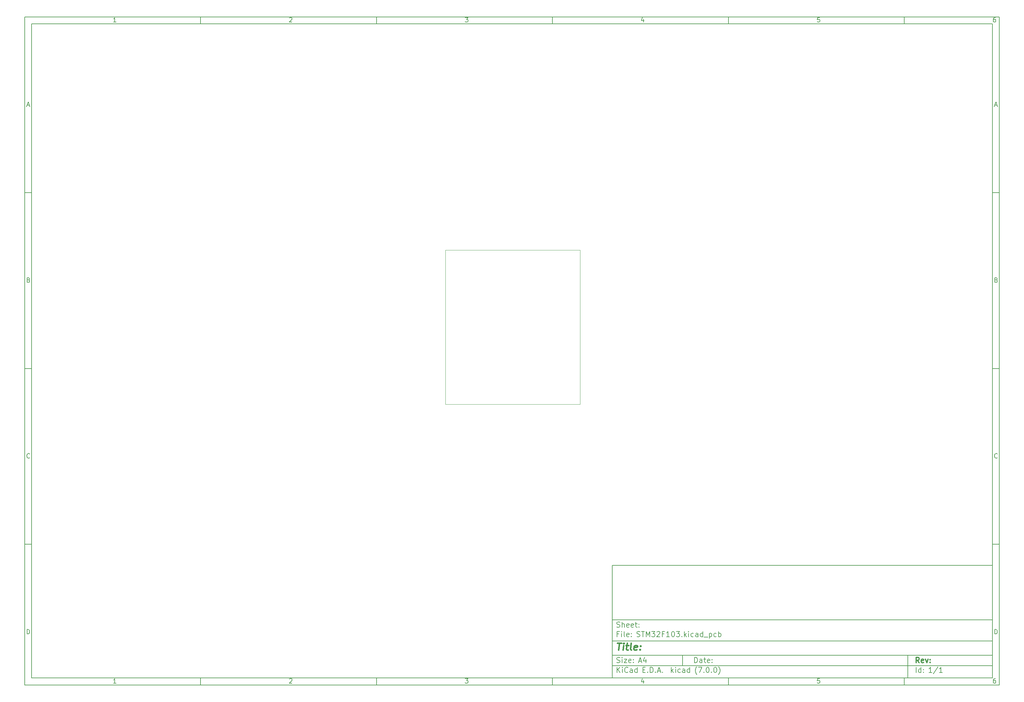
<source format=gbr>
%TF.GenerationSoftware,KiCad,Pcbnew,(7.0.0)*%
%TF.CreationDate,2023-03-08T00:24:43-05:00*%
%TF.ProjectId,STM32F103,53544d33-3246-4313-9033-2e6b69636164,rev?*%
%TF.SameCoordinates,Original*%
%TF.FileFunction,Profile,NP*%
%FSLAX46Y46*%
G04 Gerber Fmt 4.6, Leading zero omitted, Abs format (unit mm)*
G04 Created by KiCad (PCBNEW (7.0.0)) date 2023-03-08 00:24:43*
%MOMM*%
%LPD*%
G01*
G04 APERTURE LIST*
%ADD10C,0.100000*%
%ADD11C,0.150000*%
%ADD12C,0.300000*%
%ADD13C,0.400000*%
%TA.AperFunction,Profile*%
%ADD14C,0.100000*%
%TD*%
G04 APERTURE END LIST*
D10*
D11*
X177002200Y-166007200D02*
X285002200Y-166007200D01*
X285002200Y-198007200D01*
X177002200Y-198007200D01*
X177002200Y-166007200D01*
D10*
D11*
X10000000Y-10000000D02*
X287002200Y-10000000D01*
X287002200Y-200007200D01*
X10000000Y-200007200D01*
X10000000Y-10000000D01*
D10*
D11*
X12000000Y-12000000D02*
X285002200Y-12000000D01*
X285002200Y-198007200D01*
X12000000Y-198007200D01*
X12000000Y-12000000D01*
D10*
D11*
X60000000Y-12000000D02*
X60000000Y-10000000D01*
D10*
D11*
X110000000Y-12000000D02*
X110000000Y-10000000D01*
D10*
D11*
X160000000Y-12000000D02*
X160000000Y-10000000D01*
D10*
D11*
X210000000Y-12000000D02*
X210000000Y-10000000D01*
D10*
D11*
X260000000Y-12000000D02*
X260000000Y-10000000D01*
D10*
D11*
X35990476Y-11477595D02*
X35247619Y-11477595D01*
X35619047Y-11477595D02*
X35619047Y-10177595D01*
X35619047Y-10177595D02*
X35495238Y-10363309D01*
X35495238Y-10363309D02*
X35371428Y-10487119D01*
X35371428Y-10487119D02*
X35247619Y-10549023D01*
D10*
D11*
X85247619Y-10301404D02*
X85309523Y-10239500D01*
X85309523Y-10239500D02*
X85433333Y-10177595D01*
X85433333Y-10177595D02*
X85742857Y-10177595D01*
X85742857Y-10177595D02*
X85866666Y-10239500D01*
X85866666Y-10239500D02*
X85928571Y-10301404D01*
X85928571Y-10301404D02*
X85990476Y-10425214D01*
X85990476Y-10425214D02*
X85990476Y-10549023D01*
X85990476Y-10549023D02*
X85928571Y-10734738D01*
X85928571Y-10734738D02*
X85185714Y-11477595D01*
X85185714Y-11477595D02*
X85990476Y-11477595D01*
D10*
D11*
X135185714Y-10177595D02*
X135990476Y-10177595D01*
X135990476Y-10177595D02*
X135557142Y-10672833D01*
X135557142Y-10672833D02*
X135742857Y-10672833D01*
X135742857Y-10672833D02*
X135866666Y-10734738D01*
X135866666Y-10734738D02*
X135928571Y-10796642D01*
X135928571Y-10796642D02*
X135990476Y-10920452D01*
X135990476Y-10920452D02*
X135990476Y-11229976D01*
X135990476Y-11229976D02*
X135928571Y-11353785D01*
X135928571Y-11353785D02*
X135866666Y-11415690D01*
X135866666Y-11415690D02*
X135742857Y-11477595D01*
X135742857Y-11477595D02*
X135371428Y-11477595D01*
X135371428Y-11477595D02*
X135247619Y-11415690D01*
X135247619Y-11415690D02*
X135185714Y-11353785D01*
D10*
D11*
X185866666Y-10610928D02*
X185866666Y-11477595D01*
X185557142Y-10115690D02*
X185247619Y-11044261D01*
X185247619Y-11044261D02*
X186052380Y-11044261D01*
D10*
D11*
X235928571Y-10177595D02*
X235309523Y-10177595D01*
X235309523Y-10177595D02*
X235247619Y-10796642D01*
X235247619Y-10796642D02*
X235309523Y-10734738D01*
X235309523Y-10734738D02*
X235433333Y-10672833D01*
X235433333Y-10672833D02*
X235742857Y-10672833D01*
X235742857Y-10672833D02*
X235866666Y-10734738D01*
X235866666Y-10734738D02*
X235928571Y-10796642D01*
X235928571Y-10796642D02*
X235990476Y-10920452D01*
X235990476Y-10920452D02*
X235990476Y-11229976D01*
X235990476Y-11229976D02*
X235928571Y-11353785D01*
X235928571Y-11353785D02*
X235866666Y-11415690D01*
X235866666Y-11415690D02*
X235742857Y-11477595D01*
X235742857Y-11477595D02*
X235433333Y-11477595D01*
X235433333Y-11477595D02*
X235309523Y-11415690D01*
X235309523Y-11415690D02*
X235247619Y-11353785D01*
D10*
D11*
X285866666Y-10177595D02*
X285619047Y-10177595D01*
X285619047Y-10177595D02*
X285495238Y-10239500D01*
X285495238Y-10239500D02*
X285433333Y-10301404D01*
X285433333Y-10301404D02*
X285309523Y-10487119D01*
X285309523Y-10487119D02*
X285247619Y-10734738D01*
X285247619Y-10734738D02*
X285247619Y-11229976D01*
X285247619Y-11229976D02*
X285309523Y-11353785D01*
X285309523Y-11353785D02*
X285371428Y-11415690D01*
X285371428Y-11415690D02*
X285495238Y-11477595D01*
X285495238Y-11477595D02*
X285742857Y-11477595D01*
X285742857Y-11477595D02*
X285866666Y-11415690D01*
X285866666Y-11415690D02*
X285928571Y-11353785D01*
X285928571Y-11353785D02*
X285990476Y-11229976D01*
X285990476Y-11229976D02*
X285990476Y-10920452D01*
X285990476Y-10920452D02*
X285928571Y-10796642D01*
X285928571Y-10796642D02*
X285866666Y-10734738D01*
X285866666Y-10734738D02*
X285742857Y-10672833D01*
X285742857Y-10672833D02*
X285495238Y-10672833D01*
X285495238Y-10672833D02*
X285371428Y-10734738D01*
X285371428Y-10734738D02*
X285309523Y-10796642D01*
X285309523Y-10796642D02*
X285247619Y-10920452D01*
D10*
D11*
X60000000Y-198007200D02*
X60000000Y-200007200D01*
D10*
D11*
X110000000Y-198007200D02*
X110000000Y-200007200D01*
D10*
D11*
X160000000Y-198007200D02*
X160000000Y-200007200D01*
D10*
D11*
X210000000Y-198007200D02*
X210000000Y-200007200D01*
D10*
D11*
X260000000Y-198007200D02*
X260000000Y-200007200D01*
D10*
D11*
X35990476Y-199484795D02*
X35247619Y-199484795D01*
X35619047Y-199484795D02*
X35619047Y-198184795D01*
X35619047Y-198184795D02*
X35495238Y-198370509D01*
X35495238Y-198370509D02*
X35371428Y-198494319D01*
X35371428Y-198494319D02*
X35247619Y-198556223D01*
D10*
D11*
X85247619Y-198308604D02*
X85309523Y-198246700D01*
X85309523Y-198246700D02*
X85433333Y-198184795D01*
X85433333Y-198184795D02*
X85742857Y-198184795D01*
X85742857Y-198184795D02*
X85866666Y-198246700D01*
X85866666Y-198246700D02*
X85928571Y-198308604D01*
X85928571Y-198308604D02*
X85990476Y-198432414D01*
X85990476Y-198432414D02*
X85990476Y-198556223D01*
X85990476Y-198556223D02*
X85928571Y-198741938D01*
X85928571Y-198741938D02*
X85185714Y-199484795D01*
X85185714Y-199484795D02*
X85990476Y-199484795D01*
D10*
D11*
X135185714Y-198184795D02*
X135990476Y-198184795D01*
X135990476Y-198184795D02*
X135557142Y-198680033D01*
X135557142Y-198680033D02*
X135742857Y-198680033D01*
X135742857Y-198680033D02*
X135866666Y-198741938D01*
X135866666Y-198741938D02*
X135928571Y-198803842D01*
X135928571Y-198803842D02*
X135990476Y-198927652D01*
X135990476Y-198927652D02*
X135990476Y-199237176D01*
X135990476Y-199237176D02*
X135928571Y-199360985D01*
X135928571Y-199360985D02*
X135866666Y-199422890D01*
X135866666Y-199422890D02*
X135742857Y-199484795D01*
X135742857Y-199484795D02*
X135371428Y-199484795D01*
X135371428Y-199484795D02*
X135247619Y-199422890D01*
X135247619Y-199422890D02*
X135185714Y-199360985D01*
D10*
D11*
X185866666Y-198618128D02*
X185866666Y-199484795D01*
X185557142Y-198122890D02*
X185247619Y-199051461D01*
X185247619Y-199051461D02*
X186052380Y-199051461D01*
D10*
D11*
X235928571Y-198184795D02*
X235309523Y-198184795D01*
X235309523Y-198184795D02*
X235247619Y-198803842D01*
X235247619Y-198803842D02*
X235309523Y-198741938D01*
X235309523Y-198741938D02*
X235433333Y-198680033D01*
X235433333Y-198680033D02*
X235742857Y-198680033D01*
X235742857Y-198680033D02*
X235866666Y-198741938D01*
X235866666Y-198741938D02*
X235928571Y-198803842D01*
X235928571Y-198803842D02*
X235990476Y-198927652D01*
X235990476Y-198927652D02*
X235990476Y-199237176D01*
X235990476Y-199237176D02*
X235928571Y-199360985D01*
X235928571Y-199360985D02*
X235866666Y-199422890D01*
X235866666Y-199422890D02*
X235742857Y-199484795D01*
X235742857Y-199484795D02*
X235433333Y-199484795D01*
X235433333Y-199484795D02*
X235309523Y-199422890D01*
X235309523Y-199422890D02*
X235247619Y-199360985D01*
D10*
D11*
X285866666Y-198184795D02*
X285619047Y-198184795D01*
X285619047Y-198184795D02*
X285495238Y-198246700D01*
X285495238Y-198246700D02*
X285433333Y-198308604D01*
X285433333Y-198308604D02*
X285309523Y-198494319D01*
X285309523Y-198494319D02*
X285247619Y-198741938D01*
X285247619Y-198741938D02*
X285247619Y-199237176D01*
X285247619Y-199237176D02*
X285309523Y-199360985D01*
X285309523Y-199360985D02*
X285371428Y-199422890D01*
X285371428Y-199422890D02*
X285495238Y-199484795D01*
X285495238Y-199484795D02*
X285742857Y-199484795D01*
X285742857Y-199484795D02*
X285866666Y-199422890D01*
X285866666Y-199422890D02*
X285928571Y-199360985D01*
X285928571Y-199360985D02*
X285990476Y-199237176D01*
X285990476Y-199237176D02*
X285990476Y-198927652D01*
X285990476Y-198927652D02*
X285928571Y-198803842D01*
X285928571Y-198803842D02*
X285866666Y-198741938D01*
X285866666Y-198741938D02*
X285742857Y-198680033D01*
X285742857Y-198680033D02*
X285495238Y-198680033D01*
X285495238Y-198680033D02*
X285371428Y-198741938D01*
X285371428Y-198741938D02*
X285309523Y-198803842D01*
X285309523Y-198803842D02*
X285247619Y-198927652D01*
D10*
D11*
X10000000Y-60000000D02*
X12000000Y-60000000D01*
D10*
D11*
X10000000Y-110000000D02*
X12000000Y-110000000D01*
D10*
D11*
X10000000Y-160000000D02*
X12000000Y-160000000D01*
D10*
D11*
X10690476Y-35106166D02*
X11309523Y-35106166D01*
X10566666Y-35477595D02*
X10999999Y-34177595D01*
X10999999Y-34177595D02*
X11433333Y-35477595D01*
D10*
D11*
X11092857Y-84796642D02*
X11278571Y-84858547D01*
X11278571Y-84858547D02*
X11340476Y-84920452D01*
X11340476Y-84920452D02*
X11402380Y-85044261D01*
X11402380Y-85044261D02*
X11402380Y-85229976D01*
X11402380Y-85229976D02*
X11340476Y-85353785D01*
X11340476Y-85353785D02*
X11278571Y-85415690D01*
X11278571Y-85415690D02*
X11154761Y-85477595D01*
X11154761Y-85477595D02*
X10659523Y-85477595D01*
X10659523Y-85477595D02*
X10659523Y-84177595D01*
X10659523Y-84177595D02*
X11092857Y-84177595D01*
X11092857Y-84177595D02*
X11216666Y-84239500D01*
X11216666Y-84239500D02*
X11278571Y-84301404D01*
X11278571Y-84301404D02*
X11340476Y-84425214D01*
X11340476Y-84425214D02*
X11340476Y-84549023D01*
X11340476Y-84549023D02*
X11278571Y-84672833D01*
X11278571Y-84672833D02*
X11216666Y-84734738D01*
X11216666Y-84734738D02*
X11092857Y-84796642D01*
X11092857Y-84796642D02*
X10659523Y-84796642D01*
D10*
D11*
X11402380Y-135353785D02*
X11340476Y-135415690D01*
X11340476Y-135415690D02*
X11154761Y-135477595D01*
X11154761Y-135477595D02*
X11030952Y-135477595D01*
X11030952Y-135477595D02*
X10845238Y-135415690D01*
X10845238Y-135415690D02*
X10721428Y-135291880D01*
X10721428Y-135291880D02*
X10659523Y-135168071D01*
X10659523Y-135168071D02*
X10597619Y-134920452D01*
X10597619Y-134920452D02*
X10597619Y-134734738D01*
X10597619Y-134734738D02*
X10659523Y-134487119D01*
X10659523Y-134487119D02*
X10721428Y-134363309D01*
X10721428Y-134363309D02*
X10845238Y-134239500D01*
X10845238Y-134239500D02*
X11030952Y-134177595D01*
X11030952Y-134177595D02*
X11154761Y-134177595D01*
X11154761Y-134177595D02*
X11340476Y-134239500D01*
X11340476Y-134239500D02*
X11402380Y-134301404D01*
D10*
D11*
X10659523Y-185477595D02*
X10659523Y-184177595D01*
X10659523Y-184177595D02*
X10969047Y-184177595D01*
X10969047Y-184177595D02*
X11154761Y-184239500D01*
X11154761Y-184239500D02*
X11278571Y-184363309D01*
X11278571Y-184363309D02*
X11340476Y-184487119D01*
X11340476Y-184487119D02*
X11402380Y-184734738D01*
X11402380Y-184734738D02*
X11402380Y-184920452D01*
X11402380Y-184920452D02*
X11340476Y-185168071D01*
X11340476Y-185168071D02*
X11278571Y-185291880D01*
X11278571Y-185291880D02*
X11154761Y-185415690D01*
X11154761Y-185415690D02*
X10969047Y-185477595D01*
X10969047Y-185477595D02*
X10659523Y-185477595D01*
D10*
D11*
X287002200Y-60000000D02*
X285002200Y-60000000D01*
D10*
D11*
X287002200Y-110000000D02*
X285002200Y-110000000D01*
D10*
D11*
X287002200Y-160000000D02*
X285002200Y-160000000D01*
D10*
D11*
X285692676Y-35106166D02*
X286311723Y-35106166D01*
X285568866Y-35477595D02*
X286002199Y-34177595D01*
X286002199Y-34177595D02*
X286435533Y-35477595D01*
D10*
D11*
X286095057Y-84796642D02*
X286280771Y-84858547D01*
X286280771Y-84858547D02*
X286342676Y-84920452D01*
X286342676Y-84920452D02*
X286404580Y-85044261D01*
X286404580Y-85044261D02*
X286404580Y-85229976D01*
X286404580Y-85229976D02*
X286342676Y-85353785D01*
X286342676Y-85353785D02*
X286280771Y-85415690D01*
X286280771Y-85415690D02*
X286156961Y-85477595D01*
X286156961Y-85477595D02*
X285661723Y-85477595D01*
X285661723Y-85477595D02*
X285661723Y-84177595D01*
X285661723Y-84177595D02*
X286095057Y-84177595D01*
X286095057Y-84177595D02*
X286218866Y-84239500D01*
X286218866Y-84239500D02*
X286280771Y-84301404D01*
X286280771Y-84301404D02*
X286342676Y-84425214D01*
X286342676Y-84425214D02*
X286342676Y-84549023D01*
X286342676Y-84549023D02*
X286280771Y-84672833D01*
X286280771Y-84672833D02*
X286218866Y-84734738D01*
X286218866Y-84734738D02*
X286095057Y-84796642D01*
X286095057Y-84796642D02*
X285661723Y-84796642D01*
D10*
D11*
X286404580Y-135353785D02*
X286342676Y-135415690D01*
X286342676Y-135415690D02*
X286156961Y-135477595D01*
X286156961Y-135477595D02*
X286033152Y-135477595D01*
X286033152Y-135477595D02*
X285847438Y-135415690D01*
X285847438Y-135415690D02*
X285723628Y-135291880D01*
X285723628Y-135291880D02*
X285661723Y-135168071D01*
X285661723Y-135168071D02*
X285599819Y-134920452D01*
X285599819Y-134920452D02*
X285599819Y-134734738D01*
X285599819Y-134734738D02*
X285661723Y-134487119D01*
X285661723Y-134487119D02*
X285723628Y-134363309D01*
X285723628Y-134363309D02*
X285847438Y-134239500D01*
X285847438Y-134239500D02*
X286033152Y-134177595D01*
X286033152Y-134177595D02*
X286156961Y-134177595D01*
X286156961Y-134177595D02*
X286342676Y-134239500D01*
X286342676Y-134239500D02*
X286404580Y-134301404D01*
D10*
D11*
X285661723Y-185477595D02*
X285661723Y-184177595D01*
X285661723Y-184177595D02*
X285971247Y-184177595D01*
X285971247Y-184177595D02*
X286156961Y-184239500D01*
X286156961Y-184239500D02*
X286280771Y-184363309D01*
X286280771Y-184363309D02*
X286342676Y-184487119D01*
X286342676Y-184487119D02*
X286404580Y-184734738D01*
X286404580Y-184734738D02*
X286404580Y-184920452D01*
X286404580Y-184920452D02*
X286342676Y-185168071D01*
X286342676Y-185168071D02*
X286280771Y-185291880D01*
X286280771Y-185291880D02*
X286156961Y-185415690D01*
X286156961Y-185415690D02*
X285971247Y-185477595D01*
X285971247Y-185477595D02*
X285661723Y-185477595D01*
D10*
D11*
X200359342Y-193658271D02*
X200359342Y-192158271D01*
X200359342Y-192158271D02*
X200716485Y-192158271D01*
X200716485Y-192158271D02*
X200930771Y-192229700D01*
X200930771Y-192229700D02*
X201073628Y-192372557D01*
X201073628Y-192372557D02*
X201145057Y-192515414D01*
X201145057Y-192515414D02*
X201216485Y-192801128D01*
X201216485Y-192801128D02*
X201216485Y-193015414D01*
X201216485Y-193015414D02*
X201145057Y-193301128D01*
X201145057Y-193301128D02*
X201073628Y-193443985D01*
X201073628Y-193443985D02*
X200930771Y-193586842D01*
X200930771Y-193586842D02*
X200716485Y-193658271D01*
X200716485Y-193658271D02*
X200359342Y-193658271D01*
X202502200Y-193658271D02*
X202502200Y-192872557D01*
X202502200Y-192872557D02*
X202430771Y-192729700D01*
X202430771Y-192729700D02*
X202287914Y-192658271D01*
X202287914Y-192658271D02*
X202002200Y-192658271D01*
X202002200Y-192658271D02*
X201859342Y-192729700D01*
X202502200Y-193586842D02*
X202359342Y-193658271D01*
X202359342Y-193658271D02*
X202002200Y-193658271D01*
X202002200Y-193658271D02*
X201859342Y-193586842D01*
X201859342Y-193586842D02*
X201787914Y-193443985D01*
X201787914Y-193443985D02*
X201787914Y-193301128D01*
X201787914Y-193301128D02*
X201859342Y-193158271D01*
X201859342Y-193158271D02*
X202002200Y-193086842D01*
X202002200Y-193086842D02*
X202359342Y-193086842D01*
X202359342Y-193086842D02*
X202502200Y-193015414D01*
X203002200Y-192658271D02*
X203573628Y-192658271D01*
X203216485Y-192158271D02*
X203216485Y-193443985D01*
X203216485Y-193443985D02*
X203287914Y-193586842D01*
X203287914Y-193586842D02*
X203430771Y-193658271D01*
X203430771Y-193658271D02*
X203573628Y-193658271D01*
X204645057Y-193586842D02*
X204502200Y-193658271D01*
X204502200Y-193658271D02*
X204216486Y-193658271D01*
X204216486Y-193658271D02*
X204073628Y-193586842D01*
X204073628Y-193586842D02*
X204002200Y-193443985D01*
X204002200Y-193443985D02*
X204002200Y-192872557D01*
X204002200Y-192872557D02*
X204073628Y-192729700D01*
X204073628Y-192729700D02*
X204216486Y-192658271D01*
X204216486Y-192658271D02*
X204502200Y-192658271D01*
X204502200Y-192658271D02*
X204645057Y-192729700D01*
X204645057Y-192729700D02*
X204716486Y-192872557D01*
X204716486Y-192872557D02*
X204716486Y-193015414D01*
X204716486Y-193015414D02*
X204002200Y-193158271D01*
X205359342Y-193515414D02*
X205430771Y-193586842D01*
X205430771Y-193586842D02*
X205359342Y-193658271D01*
X205359342Y-193658271D02*
X205287914Y-193586842D01*
X205287914Y-193586842D02*
X205359342Y-193515414D01*
X205359342Y-193515414D02*
X205359342Y-193658271D01*
X205359342Y-192729700D02*
X205430771Y-192801128D01*
X205430771Y-192801128D02*
X205359342Y-192872557D01*
X205359342Y-192872557D02*
X205287914Y-192801128D01*
X205287914Y-192801128D02*
X205359342Y-192729700D01*
X205359342Y-192729700D02*
X205359342Y-192872557D01*
D10*
D11*
X177002200Y-194507200D02*
X285002200Y-194507200D01*
D10*
D11*
X178359342Y-196458271D02*
X178359342Y-194958271D01*
X179216485Y-196458271D02*
X178573628Y-195601128D01*
X179216485Y-194958271D02*
X178359342Y-195815414D01*
X179859342Y-196458271D02*
X179859342Y-195458271D01*
X179859342Y-194958271D02*
X179787914Y-195029700D01*
X179787914Y-195029700D02*
X179859342Y-195101128D01*
X179859342Y-195101128D02*
X179930771Y-195029700D01*
X179930771Y-195029700D02*
X179859342Y-194958271D01*
X179859342Y-194958271D02*
X179859342Y-195101128D01*
X181430771Y-196315414D02*
X181359343Y-196386842D01*
X181359343Y-196386842D02*
X181145057Y-196458271D01*
X181145057Y-196458271D02*
X181002200Y-196458271D01*
X181002200Y-196458271D02*
X180787914Y-196386842D01*
X180787914Y-196386842D02*
X180645057Y-196243985D01*
X180645057Y-196243985D02*
X180573628Y-196101128D01*
X180573628Y-196101128D02*
X180502200Y-195815414D01*
X180502200Y-195815414D02*
X180502200Y-195601128D01*
X180502200Y-195601128D02*
X180573628Y-195315414D01*
X180573628Y-195315414D02*
X180645057Y-195172557D01*
X180645057Y-195172557D02*
X180787914Y-195029700D01*
X180787914Y-195029700D02*
X181002200Y-194958271D01*
X181002200Y-194958271D02*
X181145057Y-194958271D01*
X181145057Y-194958271D02*
X181359343Y-195029700D01*
X181359343Y-195029700D02*
X181430771Y-195101128D01*
X182716486Y-196458271D02*
X182716486Y-195672557D01*
X182716486Y-195672557D02*
X182645057Y-195529700D01*
X182645057Y-195529700D02*
X182502200Y-195458271D01*
X182502200Y-195458271D02*
X182216486Y-195458271D01*
X182216486Y-195458271D02*
X182073628Y-195529700D01*
X182716486Y-196386842D02*
X182573628Y-196458271D01*
X182573628Y-196458271D02*
X182216486Y-196458271D01*
X182216486Y-196458271D02*
X182073628Y-196386842D01*
X182073628Y-196386842D02*
X182002200Y-196243985D01*
X182002200Y-196243985D02*
X182002200Y-196101128D01*
X182002200Y-196101128D02*
X182073628Y-195958271D01*
X182073628Y-195958271D02*
X182216486Y-195886842D01*
X182216486Y-195886842D02*
X182573628Y-195886842D01*
X182573628Y-195886842D02*
X182716486Y-195815414D01*
X184073629Y-196458271D02*
X184073629Y-194958271D01*
X184073629Y-196386842D02*
X183930771Y-196458271D01*
X183930771Y-196458271D02*
X183645057Y-196458271D01*
X183645057Y-196458271D02*
X183502200Y-196386842D01*
X183502200Y-196386842D02*
X183430771Y-196315414D01*
X183430771Y-196315414D02*
X183359343Y-196172557D01*
X183359343Y-196172557D02*
X183359343Y-195743985D01*
X183359343Y-195743985D02*
X183430771Y-195601128D01*
X183430771Y-195601128D02*
X183502200Y-195529700D01*
X183502200Y-195529700D02*
X183645057Y-195458271D01*
X183645057Y-195458271D02*
X183930771Y-195458271D01*
X183930771Y-195458271D02*
X184073629Y-195529700D01*
X185687914Y-195672557D02*
X186187914Y-195672557D01*
X186402200Y-196458271D02*
X185687914Y-196458271D01*
X185687914Y-196458271D02*
X185687914Y-194958271D01*
X185687914Y-194958271D02*
X186402200Y-194958271D01*
X187045057Y-196315414D02*
X187116486Y-196386842D01*
X187116486Y-196386842D02*
X187045057Y-196458271D01*
X187045057Y-196458271D02*
X186973629Y-196386842D01*
X186973629Y-196386842D02*
X187045057Y-196315414D01*
X187045057Y-196315414D02*
X187045057Y-196458271D01*
X187759343Y-196458271D02*
X187759343Y-194958271D01*
X187759343Y-194958271D02*
X188116486Y-194958271D01*
X188116486Y-194958271D02*
X188330772Y-195029700D01*
X188330772Y-195029700D02*
X188473629Y-195172557D01*
X188473629Y-195172557D02*
X188545058Y-195315414D01*
X188545058Y-195315414D02*
X188616486Y-195601128D01*
X188616486Y-195601128D02*
X188616486Y-195815414D01*
X188616486Y-195815414D02*
X188545058Y-196101128D01*
X188545058Y-196101128D02*
X188473629Y-196243985D01*
X188473629Y-196243985D02*
X188330772Y-196386842D01*
X188330772Y-196386842D02*
X188116486Y-196458271D01*
X188116486Y-196458271D02*
X187759343Y-196458271D01*
X189259343Y-196315414D02*
X189330772Y-196386842D01*
X189330772Y-196386842D02*
X189259343Y-196458271D01*
X189259343Y-196458271D02*
X189187915Y-196386842D01*
X189187915Y-196386842D02*
X189259343Y-196315414D01*
X189259343Y-196315414D02*
X189259343Y-196458271D01*
X189902201Y-196029700D02*
X190616487Y-196029700D01*
X189759344Y-196458271D02*
X190259344Y-194958271D01*
X190259344Y-194958271D02*
X190759344Y-196458271D01*
X191259343Y-196315414D02*
X191330772Y-196386842D01*
X191330772Y-196386842D02*
X191259343Y-196458271D01*
X191259343Y-196458271D02*
X191187915Y-196386842D01*
X191187915Y-196386842D02*
X191259343Y-196315414D01*
X191259343Y-196315414D02*
X191259343Y-196458271D01*
X193773629Y-196458271D02*
X193773629Y-194958271D01*
X193916487Y-195886842D02*
X194345058Y-196458271D01*
X194345058Y-195458271D02*
X193773629Y-196029700D01*
X194987915Y-196458271D02*
X194987915Y-195458271D01*
X194987915Y-194958271D02*
X194916487Y-195029700D01*
X194916487Y-195029700D02*
X194987915Y-195101128D01*
X194987915Y-195101128D02*
X195059344Y-195029700D01*
X195059344Y-195029700D02*
X194987915Y-194958271D01*
X194987915Y-194958271D02*
X194987915Y-195101128D01*
X196345059Y-196386842D02*
X196202201Y-196458271D01*
X196202201Y-196458271D02*
X195916487Y-196458271D01*
X195916487Y-196458271D02*
X195773630Y-196386842D01*
X195773630Y-196386842D02*
X195702201Y-196315414D01*
X195702201Y-196315414D02*
X195630773Y-196172557D01*
X195630773Y-196172557D02*
X195630773Y-195743985D01*
X195630773Y-195743985D02*
X195702201Y-195601128D01*
X195702201Y-195601128D02*
X195773630Y-195529700D01*
X195773630Y-195529700D02*
X195916487Y-195458271D01*
X195916487Y-195458271D02*
X196202201Y-195458271D01*
X196202201Y-195458271D02*
X196345059Y-195529700D01*
X197630773Y-196458271D02*
X197630773Y-195672557D01*
X197630773Y-195672557D02*
X197559344Y-195529700D01*
X197559344Y-195529700D02*
X197416487Y-195458271D01*
X197416487Y-195458271D02*
X197130773Y-195458271D01*
X197130773Y-195458271D02*
X196987915Y-195529700D01*
X197630773Y-196386842D02*
X197487915Y-196458271D01*
X197487915Y-196458271D02*
X197130773Y-196458271D01*
X197130773Y-196458271D02*
X196987915Y-196386842D01*
X196987915Y-196386842D02*
X196916487Y-196243985D01*
X196916487Y-196243985D02*
X196916487Y-196101128D01*
X196916487Y-196101128D02*
X196987915Y-195958271D01*
X196987915Y-195958271D02*
X197130773Y-195886842D01*
X197130773Y-195886842D02*
X197487915Y-195886842D01*
X197487915Y-195886842D02*
X197630773Y-195815414D01*
X198987916Y-196458271D02*
X198987916Y-194958271D01*
X198987916Y-196386842D02*
X198845058Y-196458271D01*
X198845058Y-196458271D02*
X198559344Y-196458271D01*
X198559344Y-196458271D02*
X198416487Y-196386842D01*
X198416487Y-196386842D02*
X198345058Y-196315414D01*
X198345058Y-196315414D02*
X198273630Y-196172557D01*
X198273630Y-196172557D02*
X198273630Y-195743985D01*
X198273630Y-195743985D02*
X198345058Y-195601128D01*
X198345058Y-195601128D02*
X198416487Y-195529700D01*
X198416487Y-195529700D02*
X198559344Y-195458271D01*
X198559344Y-195458271D02*
X198845058Y-195458271D01*
X198845058Y-195458271D02*
X198987916Y-195529700D01*
X201030773Y-197029700D02*
X200959344Y-196958271D01*
X200959344Y-196958271D02*
X200816487Y-196743985D01*
X200816487Y-196743985D02*
X200745059Y-196601128D01*
X200745059Y-196601128D02*
X200673630Y-196386842D01*
X200673630Y-196386842D02*
X200602201Y-196029700D01*
X200602201Y-196029700D02*
X200602201Y-195743985D01*
X200602201Y-195743985D02*
X200673630Y-195386842D01*
X200673630Y-195386842D02*
X200745059Y-195172557D01*
X200745059Y-195172557D02*
X200816487Y-195029700D01*
X200816487Y-195029700D02*
X200959344Y-194815414D01*
X200959344Y-194815414D02*
X201030773Y-194743985D01*
X201459344Y-194958271D02*
X202459344Y-194958271D01*
X202459344Y-194958271D02*
X201816487Y-196458271D01*
X203030772Y-196315414D02*
X203102201Y-196386842D01*
X203102201Y-196386842D02*
X203030772Y-196458271D01*
X203030772Y-196458271D02*
X202959344Y-196386842D01*
X202959344Y-196386842D02*
X203030772Y-196315414D01*
X203030772Y-196315414D02*
X203030772Y-196458271D01*
X204030773Y-194958271D02*
X204173630Y-194958271D01*
X204173630Y-194958271D02*
X204316487Y-195029700D01*
X204316487Y-195029700D02*
X204387916Y-195101128D01*
X204387916Y-195101128D02*
X204459344Y-195243985D01*
X204459344Y-195243985D02*
X204530773Y-195529700D01*
X204530773Y-195529700D02*
X204530773Y-195886842D01*
X204530773Y-195886842D02*
X204459344Y-196172557D01*
X204459344Y-196172557D02*
X204387916Y-196315414D01*
X204387916Y-196315414D02*
X204316487Y-196386842D01*
X204316487Y-196386842D02*
X204173630Y-196458271D01*
X204173630Y-196458271D02*
X204030773Y-196458271D01*
X204030773Y-196458271D02*
X203887916Y-196386842D01*
X203887916Y-196386842D02*
X203816487Y-196315414D01*
X203816487Y-196315414D02*
X203745058Y-196172557D01*
X203745058Y-196172557D02*
X203673630Y-195886842D01*
X203673630Y-195886842D02*
X203673630Y-195529700D01*
X203673630Y-195529700D02*
X203745058Y-195243985D01*
X203745058Y-195243985D02*
X203816487Y-195101128D01*
X203816487Y-195101128D02*
X203887916Y-195029700D01*
X203887916Y-195029700D02*
X204030773Y-194958271D01*
X205173629Y-196315414D02*
X205245058Y-196386842D01*
X205245058Y-196386842D02*
X205173629Y-196458271D01*
X205173629Y-196458271D02*
X205102201Y-196386842D01*
X205102201Y-196386842D02*
X205173629Y-196315414D01*
X205173629Y-196315414D02*
X205173629Y-196458271D01*
X206173630Y-194958271D02*
X206316487Y-194958271D01*
X206316487Y-194958271D02*
X206459344Y-195029700D01*
X206459344Y-195029700D02*
X206530773Y-195101128D01*
X206530773Y-195101128D02*
X206602201Y-195243985D01*
X206602201Y-195243985D02*
X206673630Y-195529700D01*
X206673630Y-195529700D02*
X206673630Y-195886842D01*
X206673630Y-195886842D02*
X206602201Y-196172557D01*
X206602201Y-196172557D02*
X206530773Y-196315414D01*
X206530773Y-196315414D02*
X206459344Y-196386842D01*
X206459344Y-196386842D02*
X206316487Y-196458271D01*
X206316487Y-196458271D02*
X206173630Y-196458271D01*
X206173630Y-196458271D02*
X206030773Y-196386842D01*
X206030773Y-196386842D02*
X205959344Y-196315414D01*
X205959344Y-196315414D02*
X205887915Y-196172557D01*
X205887915Y-196172557D02*
X205816487Y-195886842D01*
X205816487Y-195886842D02*
X205816487Y-195529700D01*
X205816487Y-195529700D02*
X205887915Y-195243985D01*
X205887915Y-195243985D02*
X205959344Y-195101128D01*
X205959344Y-195101128D02*
X206030773Y-195029700D01*
X206030773Y-195029700D02*
X206173630Y-194958271D01*
X207173629Y-197029700D02*
X207245058Y-196958271D01*
X207245058Y-196958271D02*
X207387915Y-196743985D01*
X207387915Y-196743985D02*
X207459344Y-196601128D01*
X207459344Y-196601128D02*
X207530772Y-196386842D01*
X207530772Y-196386842D02*
X207602201Y-196029700D01*
X207602201Y-196029700D02*
X207602201Y-195743985D01*
X207602201Y-195743985D02*
X207530772Y-195386842D01*
X207530772Y-195386842D02*
X207459344Y-195172557D01*
X207459344Y-195172557D02*
X207387915Y-195029700D01*
X207387915Y-195029700D02*
X207245058Y-194815414D01*
X207245058Y-194815414D02*
X207173629Y-194743985D01*
D10*
D11*
X177002200Y-191507200D02*
X285002200Y-191507200D01*
D10*
D12*
X264216485Y-193658271D02*
X263716485Y-192943985D01*
X263359342Y-193658271D02*
X263359342Y-192158271D01*
X263359342Y-192158271D02*
X263930771Y-192158271D01*
X263930771Y-192158271D02*
X264073628Y-192229700D01*
X264073628Y-192229700D02*
X264145057Y-192301128D01*
X264145057Y-192301128D02*
X264216485Y-192443985D01*
X264216485Y-192443985D02*
X264216485Y-192658271D01*
X264216485Y-192658271D02*
X264145057Y-192801128D01*
X264145057Y-192801128D02*
X264073628Y-192872557D01*
X264073628Y-192872557D02*
X263930771Y-192943985D01*
X263930771Y-192943985D02*
X263359342Y-192943985D01*
X265430771Y-193586842D02*
X265287914Y-193658271D01*
X265287914Y-193658271D02*
X265002200Y-193658271D01*
X265002200Y-193658271D02*
X264859342Y-193586842D01*
X264859342Y-193586842D02*
X264787914Y-193443985D01*
X264787914Y-193443985D02*
X264787914Y-192872557D01*
X264787914Y-192872557D02*
X264859342Y-192729700D01*
X264859342Y-192729700D02*
X265002200Y-192658271D01*
X265002200Y-192658271D02*
X265287914Y-192658271D01*
X265287914Y-192658271D02*
X265430771Y-192729700D01*
X265430771Y-192729700D02*
X265502200Y-192872557D01*
X265502200Y-192872557D02*
X265502200Y-193015414D01*
X265502200Y-193015414D02*
X264787914Y-193158271D01*
X266002199Y-192658271D02*
X266359342Y-193658271D01*
X266359342Y-193658271D02*
X266716485Y-192658271D01*
X267287913Y-193515414D02*
X267359342Y-193586842D01*
X267359342Y-193586842D02*
X267287913Y-193658271D01*
X267287913Y-193658271D02*
X267216485Y-193586842D01*
X267216485Y-193586842D02*
X267287913Y-193515414D01*
X267287913Y-193515414D02*
X267287913Y-193658271D01*
X267287913Y-192729700D02*
X267359342Y-192801128D01*
X267359342Y-192801128D02*
X267287913Y-192872557D01*
X267287913Y-192872557D02*
X267216485Y-192801128D01*
X267216485Y-192801128D02*
X267287913Y-192729700D01*
X267287913Y-192729700D02*
X267287913Y-192872557D01*
D10*
D11*
X178287914Y-193586842D02*
X178502200Y-193658271D01*
X178502200Y-193658271D02*
X178859342Y-193658271D01*
X178859342Y-193658271D02*
X179002200Y-193586842D01*
X179002200Y-193586842D02*
X179073628Y-193515414D01*
X179073628Y-193515414D02*
X179145057Y-193372557D01*
X179145057Y-193372557D02*
X179145057Y-193229700D01*
X179145057Y-193229700D02*
X179073628Y-193086842D01*
X179073628Y-193086842D02*
X179002200Y-193015414D01*
X179002200Y-193015414D02*
X178859342Y-192943985D01*
X178859342Y-192943985D02*
X178573628Y-192872557D01*
X178573628Y-192872557D02*
X178430771Y-192801128D01*
X178430771Y-192801128D02*
X178359342Y-192729700D01*
X178359342Y-192729700D02*
X178287914Y-192586842D01*
X178287914Y-192586842D02*
X178287914Y-192443985D01*
X178287914Y-192443985D02*
X178359342Y-192301128D01*
X178359342Y-192301128D02*
X178430771Y-192229700D01*
X178430771Y-192229700D02*
X178573628Y-192158271D01*
X178573628Y-192158271D02*
X178930771Y-192158271D01*
X178930771Y-192158271D02*
X179145057Y-192229700D01*
X179787913Y-193658271D02*
X179787913Y-192658271D01*
X179787913Y-192158271D02*
X179716485Y-192229700D01*
X179716485Y-192229700D02*
X179787913Y-192301128D01*
X179787913Y-192301128D02*
X179859342Y-192229700D01*
X179859342Y-192229700D02*
X179787913Y-192158271D01*
X179787913Y-192158271D02*
X179787913Y-192301128D01*
X180359342Y-192658271D02*
X181145057Y-192658271D01*
X181145057Y-192658271D02*
X180359342Y-193658271D01*
X180359342Y-193658271D02*
X181145057Y-193658271D01*
X182287914Y-193586842D02*
X182145057Y-193658271D01*
X182145057Y-193658271D02*
X181859343Y-193658271D01*
X181859343Y-193658271D02*
X181716485Y-193586842D01*
X181716485Y-193586842D02*
X181645057Y-193443985D01*
X181645057Y-193443985D02*
X181645057Y-192872557D01*
X181645057Y-192872557D02*
X181716485Y-192729700D01*
X181716485Y-192729700D02*
X181859343Y-192658271D01*
X181859343Y-192658271D02*
X182145057Y-192658271D01*
X182145057Y-192658271D02*
X182287914Y-192729700D01*
X182287914Y-192729700D02*
X182359343Y-192872557D01*
X182359343Y-192872557D02*
X182359343Y-193015414D01*
X182359343Y-193015414D02*
X181645057Y-193158271D01*
X183002199Y-193515414D02*
X183073628Y-193586842D01*
X183073628Y-193586842D02*
X183002199Y-193658271D01*
X183002199Y-193658271D02*
X182930771Y-193586842D01*
X182930771Y-193586842D02*
X183002199Y-193515414D01*
X183002199Y-193515414D02*
X183002199Y-193658271D01*
X183002199Y-192729700D02*
X183073628Y-192801128D01*
X183073628Y-192801128D02*
X183002199Y-192872557D01*
X183002199Y-192872557D02*
X182930771Y-192801128D01*
X182930771Y-192801128D02*
X183002199Y-192729700D01*
X183002199Y-192729700D02*
X183002199Y-192872557D01*
X184545057Y-193229700D02*
X185259343Y-193229700D01*
X184402200Y-193658271D02*
X184902200Y-192158271D01*
X184902200Y-192158271D02*
X185402200Y-193658271D01*
X186545057Y-192658271D02*
X186545057Y-193658271D01*
X186187914Y-192086842D02*
X185830771Y-193158271D01*
X185830771Y-193158271D02*
X186759342Y-193158271D01*
D10*
D11*
X263359342Y-196458271D02*
X263359342Y-194958271D01*
X264716486Y-196458271D02*
X264716486Y-194958271D01*
X264716486Y-196386842D02*
X264573628Y-196458271D01*
X264573628Y-196458271D02*
X264287914Y-196458271D01*
X264287914Y-196458271D02*
X264145057Y-196386842D01*
X264145057Y-196386842D02*
X264073628Y-196315414D01*
X264073628Y-196315414D02*
X264002200Y-196172557D01*
X264002200Y-196172557D02*
X264002200Y-195743985D01*
X264002200Y-195743985D02*
X264073628Y-195601128D01*
X264073628Y-195601128D02*
X264145057Y-195529700D01*
X264145057Y-195529700D02*
X264287914Y-195458271D01*
X264287914Y-195458271D02*
X264573628Y-195458271D01*
X264573628Y-195458271D02*
X264716486Y-195529700D01*
X265430771Y-196315414D02*
X265502200Y-196386842D01*
X265502200Y-196386842D02*
X265430771Y-196458271D01*
X265430771Y-196458271D02*
X265359343Y-196386842D01*
X265359343Y-196386842D02*
X265430771Y-196315414D01*
X265430771Y-196315414D02*
X265430771Y-196458271D01*
X265430771Y-195529700D02*
X265502200Y-195601128D01*
X265502200Y-195601128D02*
X265430771Y-195672557D01*
X265430771Y-195672557D02*
X265359343Y-195601128D01*
X265359343Y-195601128D02*
X265430771Y-195529700D01*
X265430771Y-195529700D02*
X265430771Y-195672557D01*
X267830772Y-196458271D02*
X266973629Y-196458271D01*
X267402200Y-196458271D02*
X267402200Y-194958271D01*
X267402200Y-194958271D02*
X267259343Y-195172557D01*
X267259343Y-195172557D02*
X267116486Y-195315414D01*
X267116486Y-195315414D02*
X266973629Y-195386842D01*
X269545057Y-194886842D02*
X268259343Y-196815414D01*
X270830772Y-196458271D02*
X269973629Y-196458271D01*
X270402200Y-196458271D02*
X270402200Y-194958271D01*
X270402200Y-194958271D02*
X270259343Y-195172557D01*
X270259343Y-195172557D02*
X270116486Y-195315414D01*
X270116486Y-195315414D02*
X269973629Y-195386842D01*
D10*
D11*
X177002200Y-187507200D02*
X285002200Y-187507200D01*
D10*
D13*
X178454580Y-188041961D02*
X179597438Y-188041961D01*
X178776009Y-190041961D02*
X179026009Y-188041961D01*
X180014105Y-190041961D02*
X180180771Y-188708628D01*
X180264105Y-188041961D02*
X180156962Y-188137200D01*
X180156962Y-188137200D02*
X180240295Y-188232438D01*
X180240295Y-188232438D02*
X180347438Y-188137200D01*
X180347438Y-188137200D02*
X180264105Y-188041961D01*
X180264105Y-188041961D02*
X180240295Y-188232438D01*
X180847438Y-188708628D02*
X181609343Y-188708628D01*
X181216486Y-188041961D02*
X181002200Y-189756247D01*
X181002200Y-189756247D02*
X181073629Y-189946723D01*
X181073629Y-189946723D02*
X181252200Y-190041961D01*
X181252200Y-190041961D02*
X181442676Y-190041961D01*
X182395057Y-190041961D02*
X182216486Y-189946723D01*
X182216486Y-189946723D02*
X182145057Y-189756247D01*
X182145057Y-189756247D02*
X182359343Y-188041961D01*
X183930771Y-189946723D02*
X183728390Y-190041961D01*
X183728390Y-190041961D02*
X183347438Y-190041961D01*
X183347438Y-190041961D02*
X183168867Y-189946723D01*
X183168867Y-189946723D02*
X183097438Y-189756247D01*
X183097438Y-189756247D02*
X183192676Y-188994342D01*
X183192676Y-188994342D02*
X183311724Y-188803866D01*
X183311724Y-188803866D02*
X183514105Y-188708628D01*
X183514105Y-188708628D02*
X183895057Y-188708628D01*
X183895057Y-188708628D02*
X184073628Y-188803866D01*
X184073628Y-188803866D02*
X184145057Y-188994342D01*
X184145057Y-188994342D02*
X184121247Y-189184819D01*
X184121247Y-189184819D02*
X183145057Y-189375295D01*
X184895057Y-189851485D02*
X184978391Y-189946723D01*
X184978391Y-189946723D02*
X184871248Y-190041961D01*
X184871248Y-190041961D02*
X184787914Y-189946723D01*
X184787914Y-189946723D02*
X184895057Y-189851485D01*
X184895057Y-189851485D02*
X184871248Y-190041961D01*
X185026010Y-188803866D02*
X185109343Y-188899104D01*
X185109343Y-188899104D02*
X185002200Y-188994342D01*
X185002200Y-188994342D02*
X184918867Y-188899104D01*
X184918867Y-188899104D02*
X185026010Y-188803866D01*
X185026010Y-188803866D02*
X185002200Y-188994342D01*
D10*
D11*
X178859342Y-185472557D02*
X178359342Y-185472557D01*
X178359342Y-186258271D02*
X178359342Y-184758271D01*
X178359342Y-184758271D02*
X179073628Y-184758271D01*
X179645056Y-186258271D02*
X179645056Y-185258271D01*
X179645056Y-184758271D02*
X179573628Y-184829700D01*
X179573628Y-184829700D02*
X179645056Y-184901128D01*
X179645056Y-184901128D02*
X179716485Y-184829700D01*
X179716485Y-184829700D02*
X179645056Y-184758271D01*
X179645056Y-184758271D02*
X179645056Y-184901128D01*
X180573628Y-186258271D02*
X180430771Y-186186842D01*
X180430771Y-186186842D02*
X180359342Y-186043985D01*
X180359342Y-186043985D02*
X180359342Y-184758271D01*
X181716485Y-186186842D02*
X181573628Y-186258271D01*
X181573628Y-186258271D02*
X181287914Y-186258271D01*
X181287914Y-186258271D02*
X181145056Y-186186842D01*
X181145056Y-186186842D02*
X181073628Y-186043985D01*
X181073628Y-186043985D02*
X181073628Y-185472557D01*
X181073628Y-185472557D02*
X181145056Y-185329700D01*
X181145056Y-185329700D02*
X181287914Y-185258271D01*
X181287914Y-185258271D02*
X181573628Y-185258271D01*
X181573628Y-185258271D02*
X181716485Y-185329700D01*
X181716485Y-185329700D02*
X181787914Y-185472557D01*
X181787914Y-185472557D02*
X181787914Y-185615414D01*
X181787914Y-185615414D02*
X181073628Y-185758271D01*
X182430770Y-186115414D02*
X182502199Y-186186842D01*
X182502199Y-186186842D02*
X182430770Y-186258271D01*
X182430770Y-186258271D02*
X182359342Y-186186842D01*
X182359342Y-186186842D02*
X182430770Y-186115414D01*
X182430770Y-186115414D02*
X182430770Y-186258271D01*
X182430770Y-185329700D02*
X182502199Y-185401128D01*
X182502199Y-185401128D02*
X182430770Y-185472557D01*
X182430770Y-185472557D02*
X182359342Y-185401128D01*
X182359342Y-185401128D02*
X182430770Y-185329700D01*
X182430770Y-185329700D02*
X182430770Y-185472557D01*
X183973628Y-186186842D02*
X184187914Y-186258271D01*
X184187914Y-186258271D02*
X184545056Y-186258271D01*
X184545056Y-186258271D02*
X184687914Y-186186842D01*
X184687914Y-186186842D02*
X184759342Y-186115414D01*
X184759342Y-186115414D02*
X184830771Y-185972557D01*
X184830771Y-185972557D02*
X184830771Y-185829700D01*
X184830771Y-185829700D02*
X184759342Y-185686842D01*
X184759342Y-185686842D02*
X184687914Y-185615414D01*
X184687914Y-185615414D02*
X184545056Y-185543985D01*
X184545056Y-185543985D02*
X184259342Y-185472557D01*
X184259342Y-185472557D02*
X184116485Y-185401128D01*
X184116485Y-185401128D02*
X184045056Y-185329700D01*
X184045056Y-185329700D02*
X183973628Y-185186842D01*
X183973628Y-185186842D02*
X183973628Y-185043985D01*
X183973628Y-185043985D02*
X184045056Y-184901128D01*
X184045056Y-184901128D02*
X184116485Y-184829700D01*
X184116485Y-184829700D02*
X184259342Y-184758271D01*
X184259342Y-184758271D02*
X184616485Y-184758271D01*
X184616485Y-184758271D02*
X184830771Y-184829700D01*
X185259342Y-184758271D02*
X186116485Y-184758271D01*
X185687913Y-186258271D02*
X185687913Y-184758271D01*
X186616484Y-186258271D02*
X186616484Y-184758271D01*
X186616484Y-184758271D02*
X187116484Y-185829700D01*
X187116484Y-185829700D02*
X187616484Y-184758271D01*
X187616484Y-184758271D02*
X187616484Y-186258271D01*
X188187913Y-184758271D02*
X189116485Y-184758271D01*
X189116485Y-184758271D02*
X188616485Y-185329700D01*
X188616485Y-185329700D02*
X188830770Y-185329700D01*
X188830770Y-185329700D02*
X188973628Y-185401128D01*
X188973628Y-185401128D02*
X189045056Y-185472557D01*
X189045056Y-185472557D02*
X189116485Y-185615414D01*
X189116485Y-185615414D02*
X189116485Y-185972557D01*
X189116485Y-185972557D02*
X189045056Y-186115414D01*
X189045056Y-186115414D02*
X188973628Y-186186842D01*
X188973628Y-186186842D02*
X188830770Y-186258271D01*
X188830770Y-186258271D02*
X188402199Y-186258271D01*
X188402199Y-186258271D02*
X188259342Y-186186842D01*
X188259342Y-186186842D02*
X188187913Y-186115414D01*
X189687913Y-184901128D02*
X189759341Y-184829700D01*
X189759341Y-184829700D02*
X189902199Y-184758271D01*
X189902199Y-184758271D02*
X190259341Y-184758271D01*
X190259341Y-184758271D02*
X190402199Y-184829700D01*
X190402199Y-184829700D02*
X190473627Y-184901128D01*
X190473627Y-184901128D02*
X190545056Y-185043985D01*
X190545056Y-185043985D02*
X190545056Y-185186842D01*
X190545056Y-185186842D02*
X190473627Y-185401128D01*
X190473627Y-185401128D02*
X189616484Y-186258271D01*
X189616484Y-186258271D02*
X190545056Y-186258271D01*
X191687912Y-185472557D02*
X191187912Y-185472557D01*
X191187912Y-186258271D02*
X191187912Y-184758271D01*
X191187912Y-184758271D02*
X191902198Y-184758271D01*
X193259341Y-186258271D02*
X192402198Y-186258271D01*
X192830769Y-186258271D02*
X192830769Y-184758271D01*
X192830769Y-184758271D02*
X192687912Y-184972557D01*
X192687912Y-184972557D02*
X192545055Y-185115414D01*
X192545055Y-185115414D02*
X192402198Y-185186842D01*
X194187912Y-184758271D02*
X194330769Y-184758271D01*
X194330769Y-184758271D02*
X194473626Y-184829700D01*
X194473626Y-184829700D02*
X194545055Y-184901128D01*
X194545055Y-184901128D02*
X194616483Y-185043985D01*
X194616483Y-185043985D02*
X194687912Y-185329700D01*
X194687912Y-185329700D02*
X194687912Y-185686842D01*
X194687912Y-185686842D02*
X194616483Y-185972557D01*
X194616483Y-185972557D02*
X194545055Y-186115414D01*
X194545055Y-186115414D02*
X194473626Y-186186842D01*
X194473626Y-186186842D02*
X194330769Y-186258271D01*
X194330769Y-186258271D02*
X194187912Y-186258271D01*
X194187912Y-186258271D02*
X194045055Y-186186842D01*
X194045055Y-186186842D02*
X193973626Y-186115414D01*
X193973626Y-186115414D02*
X193902197Y-185972557D01*
X193902197Y-185972557D02*
X193830769Y-185686842D01*
X193830769Y-185686842D02*
X193830769Y-185329700D01*
X193830769Y-185329700D02*
X193902197Y-185043985D01*
X193902197Y-185043985D02*
X193973626Y-184901128D01*
X193973626Y-184901128D02*
X194045055Y-184829700D01*
X194045055Y-184829700D02*
X194187912Y-184758271D01*
X195187911Y-184758271D02*
X196116483Y-184758271D01*
X196116483Y-184758271D02*
X195616483Y-185329700D01*
X195616483Y-185329700D02*
X195830768Y-185329700D01*
X195830768Y-185329700D02*
X195973626Y-185401128D01*
X195973626Y-185401128D02*
X196045054Y-185472557D01*
X196045054Y-185472557D02*
X196116483Y-185615414D01*
X196116483Y-185615414D02*
X196116483Y-185972557D01*
X196116483Y-185972557D02*
X196045054Y-186115414D01*
X196045054Y-186115414D02*
X195973626Y-186186842D01*
X195973626Y-186186842D02*
X195830768Y-186258271D01*
X195830768Y-186258271D02*
X195402197Y-186258271D01*
X195402197Y-186258271D02*
X195259340Y-186186842D01*
X195259340Y-186186842D02*
X195187911Y-186115414D01*
X196759339Y-186115414D02*
X196830768Y-186186842D01*
X196830768Y-186186842D02*
X196759339Y-186258271D01*
X196759339Y-186258271D02*
X196687911Y-186186842D01*
X196687911Y-186186842D02*
X196759339Y-186115414D01*
X196759339Y-186115414D02*
X196759339Y-186258271D01*
X197473625Y-186258271D02*
X197473625Y-184758271D01*
X197616483Y-185686842D02*
X198045054Y-186258271D01*
X198045054Y-185258271D02*
X197473625Y-185829700D01*
X198687911Y-186258271D02*
X198687911Y-185258271D01*
X198687911Y-184758271D02*
X198616483Y-184829700D01*
X198616483Y-184829700D02*
X198687911Y-184901128D01*
X198687911Y-184901128D02*
X198759340Y-184829700D01*
X198759340Y-184829700D02*
X198687911Y-184758271D01*
X198687911Y-184758271D02*
X198687911Y-184901128D01*
X200045055Y-186186842D02*
X199902197Y-186258271D01*
X199902197Y-186258271D02*
X199616483Y-186258271D01*
X199616483Y-186258271D02*
X199473626Y-186186842D01*
X199473626Y-186186842D02*
X199402197Y-186115414D01*
X199402197Y-186115414D02*
X199330769Y-185972557D01*
X199330769Y-185972557D02*
X199330769Y-185543985D01*
X199330769Y-185543985D02*
X199402197Y-185401128D01*
X199402197Y-185401128D02*
X199473626Y-185329700D01*
X199473626Y-185329700D02*
X199616483Y-185258271D01*
X199616483Y-185258271D02*
X199902197Y-185258271D01*
X199902197Y-185258271D02*
X200045055Y-185329700D01*
X201330769Y-186258271D02*
X201330769Y-185472557D01*
X201330769Y-185472557D02*
X201259340Y-185329700D01*
X201259340Y-185329700D02*
X201116483Y-185258271D01*
X201116483Y-185258271D02*
X200830769Y-185258271D01*
X200830769Y-185258271D02*
X200687911Y-185329700D01*
X201330769Y-186186842D02*
X201187911Y-186258271D01*
X201187911Y-186258271D02*
X200830769Y-186258271D01*
X200830769Y-186258271D02*
X200687911Y-186186842D01*
X200687911Y-186186842D02*
X200616483Y-186043985D01*
X200616483Y-186043985D02*
X200616483Y-185901128D01*
X200616483Y-185901128D02*
X200687911Y-185758271D01*
X200687911Y-185758271D02*
X200830769Y-185686842D01*
X200830769Y-185686842D02*
X201187911Y-185686842D01*
X201187911Y-185686842D02*
X201330769Y-185615414D01*
X202687912Y-186258271D02*
X202687912Y-184758271D01*
X202687912Y-186186842D02*
X202545054Y-186258271D01*
X202545054Y-186258271D02*
X202259340Y-186258271D01*
X202259340Y-186258271D02*
X202116483Y-186186842D01*
X202116483Y-186186842D02*
X202045054Y-186115414D01*
X202045054Y-186115414D02*
X201973626Y-185972557D01*
X201973626Y-185972557D02*
X201973626Y-185543985D01*
X201973626Y-185543985D02*
X202045054Y-185401128D01*
X202045054Y-185401128D02*
X202116483Y-185329700D01*
X202116483Y-185329700D02*
X202259340Y-185258271D01*
X202259340Y-185258271D02*
X202545054Y-185258271D01*
X202545054Y-185258271D02*
X202687912Y-185329700D01*
X203045055Y-186401128D02*
X204187912Y-186401128D01*
X204545054Y-185258271D02*
X204545054Y-186758271D01*
X204545054Y-185329700D02*
X204687912Y-185258271D01*
X204687912Y-185258271D02*
X204973626Y-185258271D01*
X204973626Y-185258271D02*
X205116483Y-185329700D01*
X205116483Y-185329700D02*
X205187912Y-185401128D01*
X205187912Y-185401128D02*
X205259340Y-185543985D01*
X205259340Y-185543985D02*
X205259340Y-185972557D01*
X205259340Y-185972557D02*
X205187912Y-186115414D01*
X205187912Y-186115414D02*
X205116483Y-186186842D01*
X205116483Y-186186842D02*
X204973626Y-186258271D01*
X204973626Y-186258271D02*
X204687912Y-186258271D01*
X204687912Y-186258271D02*
X204545054Y-186186842D01*
X206545055Y-186186842D02*
X206402197Y-186258271D01*
X206402197Y-186258271D02*
X206116483Y-186258271D01*
X206116483Y-186258271D02*
X205973626Y-186186842D01*
X205973626Y-186186842D02*
X205902197Y-186115414D01*
X205902197Y-186115414D02*
X205830769Y-185972557D01*
X205830769Y-185972557D02*
X205830769Y-185543985D01*
X205830769Y-185543985D02*
X205902197Y-185401128D01*
X205902197Y-185401128D02*
X205973626Y-185329700D01*
X205973626Y-185329700D02*
X206116483Y-185258271D01*
X206116483Y-185258271D02*
X206402197Y-185258271D01*
X206402197Y-185258271D02*
X206545055Y-185329700D01*
X207187911Y-186258271D02*
X207187911Y-184758271D01*
X207187911Y-185329700D02*
X207330769Y-185258271D01*
X207330769Y-185258271D02*
X207616483Y-185258271D01*
X207616483Y-185258271D02*
X207759340Y-185329700D01*
X207759340Y-185329700D02*
X207830769Y-185401128D01*
X207830769Y-185401128D02*
X207902197Y-185543985D01*
X207902197Y-185543985D02*
X207902197Y-185972557D01*
X207902197Y-185972557D02*
X207830769Y-186115414D01*
X207830769Y-186115414D02*
X207759340Y-186186842D01*
X207759340Y-186186842D02*
X207616483Y-186258271D01*
X207616483Y-186258271D02*
X207330769Y-186258271D01*
X207330769Y-186258271D02*
X207187911Y-186186842D01*
D10*
D11*
X177002200Y-181507200D02*
X285002200Y-181507200D01*
D10*
D11*
X178287914Y-183486842D02*
X178502200Y-183558271D01*
X178502200Y-183558271D02*
X178859342Y-183558271D01*
X178859342Y-183558271D02*
X179002200Y-183486842D01*
X179002200Y-183486842D02*
X179073628Y-183415414D01*
X179073628Y-183415414D02*
X179145057Y-183272557D01*
X179145057Y-183272557D02*
X179145057Y-183129700D01*
X179145057Y-183129700D02*
X179073628Y-182986842D01*
X179073628Y-182986842D02*
X179002200Y-182915414D01*
X179002200Y-182915414D02*
X178859342Y-182843985D01*
X178859342Y-182843985D02*
X178573628Y-182772557D01*
X178573628Y-182772557D02*
X178430771Y-182701128D01*
X178430771Y-182701128D02*
X178359342Y-182629700D01*
X178359342Y-182629700D02*
X178287914Y-182486842D01*
X178287914Y-182486842D02*
X178287914Y-182343985D01*
X178287914Y-182343985D02*
X178359342Y-182201128D01*
X178359342Y-182201128D02*
X178430771Y-182129700D01*
X178430771Y-182129700D02*
X178573628Y-182058271D01*
X178573628Y-182058271D02*
X178930771Y-182058271D01*
X178930771Y-182058271D02*
X179145057Y-182129700D01*
X179787913Y-183558271D02*
X179787913Y-182058271D01*
X180430771Y-183558271D02*
X180430771Y-182772557D01*
X180430771Y-182772557D02*
X180359342Y-182629700D01*
X180359342Y-182629700D02*
X180216485Y-182558271D01*
X180216485Y-182558271D02*
X180002199Y-182558271D01*
X180002199Y-182558271D02*
X179859342Y-182629700D01*
X179859342Y-182629700D02*
X179787913Y-182701128D01*
X181716485Y-183486842D02*
X181573628Y-183558271D01*
X181573628Y-183558271D02*
X181287914Y-183558271D01*
X181287914Y-183558271D02*
X181145056Y-183486842D01*
X181145056Y-183486842D02*
X181073628Y-183343985D01*
X181073628Y-183343985D02*
X181073628Y-182772557D01*
X181073628Y-182772557D02*
X181145056Y-182629700D01*
X181145056Y-182629700D02*
X181287914Y-182558271D01*
X181287914Y-182558271D02*
X181573628Y-182558271D01*
X181573628Y-182558271D02*
X181716485Y-182629700D01*
X181716485Y-182629700D02*
X181787914Y-182772557D01*
X181787914Y-182772557D02*
X181787914Y-182915414D01*
X181787914Y-182915414D02*
X181073628Y-183058271D01*
X183002199Y-183486842D02*
X182859342Y-183558271D01*
X182859342Y-183558271D02*
X182573628Y-183558271D01*
X182573628Y-183558271D02*
X182430770Y-183486842D01*
X182430770Y-183486842D02*
X182359342Y-183343985D01*
X182359342Y-183343985D02*
X182359342Y-182772557D01*
X182359342Y-182772557D02*
X182430770Y-182629700D01*
X182430770Y-182629700D02*
X182573628Y-182558271D01*
X182573628Y-182558271D02*
X182859342Y-182558271D01*
X182859342Y-182558271D02*
X183002199Y-182629700D01*
X183002199Y-182629700D02*
X183073628Y-182772557D01*
X183073628Y-182772557D02*
X183073628Y-182915414D01*
X183073628Y-182915414D02*
X182359342Y-183058271D01*
X183502199Y-182558271D02*
X184073627Y-182558271D01*
X183716484Y-182058271D02*
X183716484Y-183343985D01*
X183716484Y-183343985D02*
X183787913Y-183486842D01*
X183787913Y-183486842D02*
X183930770Y-183558271D01*
X183930770Y-183558271D02*
X184073627Y-183558271D01*
X184573627Y-183415414D02*
X184645056Y-183486842D01*
X184645056Y-183486842D02*
X184573627Y-183558271D01*
X184573627Y-183558271D02*
X184502199Y-183486842D01*
X184502199Y-183486842D02*
X184573627Y-183415414D01*
X184573627Y-183415414D02*
X184573627Y-183558271D01*
X184573627Y-182629700D02*
X184645056Y-182701128D01*
X184645056Y-182701128D02*
X184573627Y-182772557D01*
X184573627Y-182772557D02*
X184502199Y-182701128D01*
X184502199Y-182701128D02*
X184573627Y-182629700D01*
X184573627Y-182629700D02*
X184573627Y-182772557D01*
D10*
D12*
D10*
D11*
D10*
D11*
D10*
D11*
D10*
D11*
D10*
D11*
X197002200Y-191507200D02*
X197002200Y-194507200D01*
D10*
D11*
X261002200Y-191507200D02*
X261002200Y-198007200D01*
D14*
X129550000Y-76300000D02*
X167870000Y-76300000D01*
X167870000Y-76300000D02*
X167870000Y-120130000D01*
X167870000Y-120130000D02*
X129550000Y-120130000D01*
X129550000Y-120130000D02*
X129550000Y-76300000D01*
M02*

</source>
